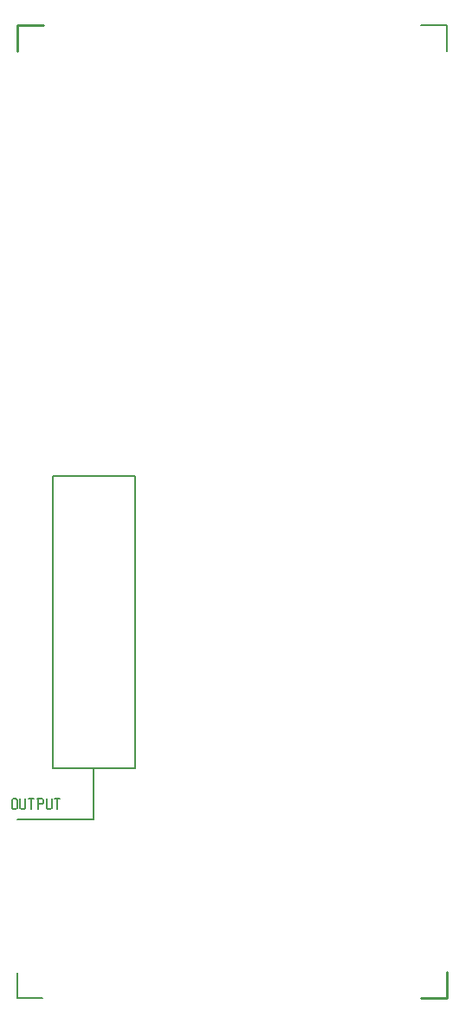
<source format=gto>
G04 start of page 9 for group -4079 idx -4079 *
G04 Title: 26.001.00.01.01.pcb, topsilk *
G04 Creator: pcb 4.1.2 *
G04 CreationDate: Sun Jul 29 08:17:15 2018 UTC *
G04 For: bert *
G04 Format: Gerber/RS-274X *
G04 PCB-Dimensions (mil): 2078.74 5078.74 *
G04 PCB-Coordinate-Origin: lower left *
%MOIN*%
%FSLAX25Y25*%
%LNGTO*%
%ADD29C,0.0100*%
%ADD28C,0.0080*%
G54D28*X175197Y498031D02*X165355D01*
X175197D02*Y488188D01*
X55118Y212598D02*Y324803D01*
X23622D01*
Y212598D01*
X9843Y124015D02*X19686D01*
X9843D02*Y133858D01*
X23622Y212598D02*X55118D01*
X39370D02*Y192913D01*
X9843D01*
X7874Y200287D02*Y197287D01*
Y200287D02*X8374Y200787D01*
X9374D01*
X9874Y200287D01*
Y197287D01*
X9374Y196787D02*X9874Y197287D01*
X8374Y196787D02*X9374D01*
X7874Y197287D02*X8374Y196787D01*
X11074Y200787D02*Y197287D01*
X11574Y196787D01*
X12574D01*
X13074Y197287D01*
Y200787D02*Y197287D01*
X14274Y200787D02*X16274D01*
X15274D02*Y196787D01*
X17974Y200787D02*Y196787D01*
X17474Y200787D02*X19474D01*
X19974Y200287D01*
Y199287D01*
X19474Y198787D02*X19974Y199287D01*
X17974Y198787D02*X19474D01*
X21174Y200787D02*Y197287D01*
X21674Y196787D01*
X22674D01*
X23174Y197287D01*
Y200787D02*Y197287D01*
X24374Y200787D02*X26374D01*
X25374D02*Y196787D01*
G54D29*X9843Y498031D02*Y488031D01*
X19843Y498031D02*X9843D01*
X175197Y134015D02*Y124015D01*
X165197D01*
M02*

</source>
